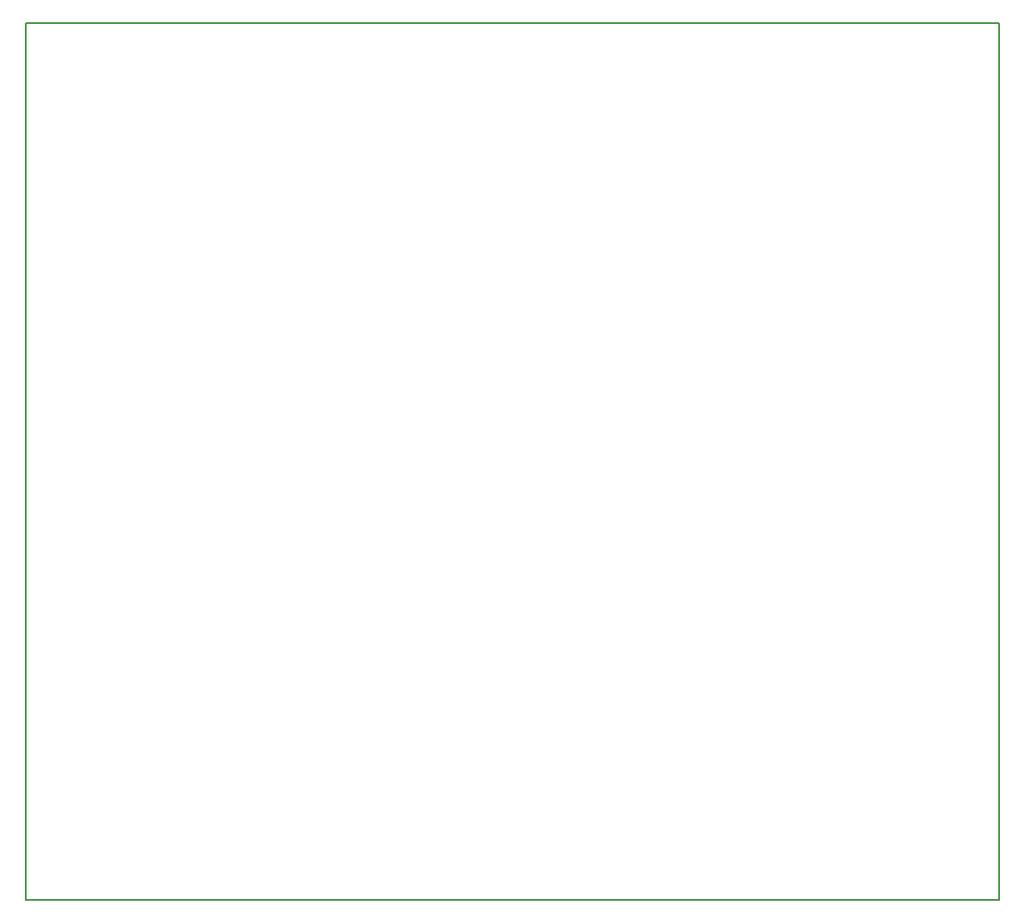
<source format=gm1>
%FSLAX24Y24*%
%MOIN*%
G70*
G01*
G75*
G04 Layer_Color=16711935*
%ADD10R,0.0320X0.0360*%
%ADD11R,0.0450X0.0600*%
%ADD12C,0.0100*%
%ADD13C,0.0250*%
%ADD14C,0.0600*%
%ADD15C,0.1700*%
%ADD16C,0.0591*%
%ADD17R,0.0591X0.0591*%
%ADD18R,0.0591X0.0591*%
%ADD19R,0.0630X0.0630*%
%ADD20C,0.0630*%
%ADD21R,0.0630X0.0630*%
%ADD22C,0.0500*%
%ADD23R,0.0360X0.0320*%
%ADD24C,0.0079*%
%ADD25C,0.0080*%
%ADD26C,0.0070*%
%ADD27C,0.0050*%
%ADD28R,0.0400X0.0440*%
%ADD29R,0.0530X0.0680*%
%ADD30C,0.0680*%
%ADD31C,0.1780*%
%ADD32C,0.0671*%
%ADD33R,0.0671X0.0671*%
%ADD34R,0.0671X0.0671*%
%ADD35R,0.0710X0.0710*%
%ADD36C,0.0710*%
%ADD37R,0.0710X0.0710*%
%ADD38C,0.0580*%
%ADD39R,0.0440X0.0400*%
D25*
X10400Y15800D02*
Y48700D01*
X46900D01*
Y15800D02*
Y48700D01*
X10400Y15800D02*
X46900D01*
M02*

</source>
